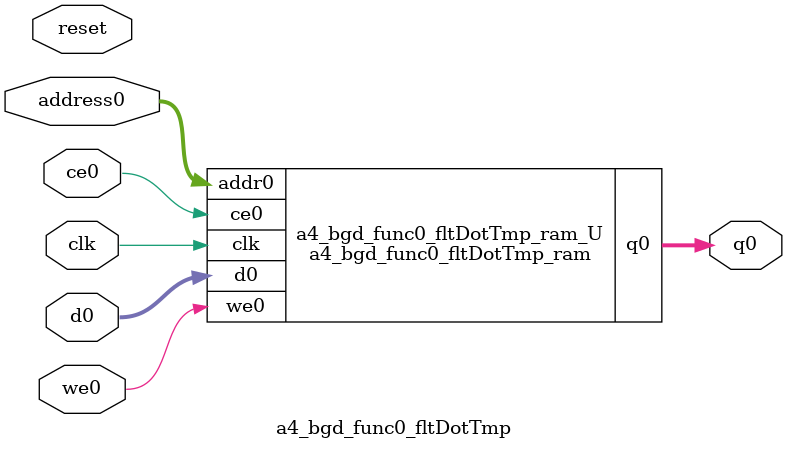
<source format=v>
`timescale 1 ns / 1 ps
module a4_bgd_func0_fltDotTmp_ram (addr0, ce0, d0, we0, q0,  clk);

parameter DWIDTH = 32;
parameter AWIDTH = 3;
parameter MEM_SIZE = 5;

input[AWIDTH-1:0] addr0;
input ce0;
input[DWIDTH-1:0] d0;
input we0;
output reg[DWIDTH-1:0] q0;
input clk;

(* ram_style = "distributed" *)reg [DWIDTH-1:0] ram[0:MEM_SIZE-1];




always @(posedge clk)  
begin 
    if (ce0) 
    begin
        if (we0) 
        begin 
            ram[addr0] <= d0; 
        end 
        q0 <= ram[addr0];
    end
end


endmodule

`timescale 1 ns / 1 ps
module a4_bgd_func0_fltDotTmp(
    reset,
    clk,
    address0,
    ce0,
    we0,
    d0,
    q0);

parameter DataWidth = 32'd32;
parameter AddressRange = 32'd5;
parameter AddressWidth = 32'd3;
input reset;
input clk;
input[AddressWidth - 1:0] address0;
input ce0;
input we0;
input[DataWidth - 1:0] d0;
output[DataWidth - 1:0] q0;



a4_bgd_func0_fltDotTmp_ram a4_bgd_func0_fltDotTmp_ram_U(
    .clk( clk ),
    .addr0( address0 ),
    .ce0( ce0 ),
    .we0( we0 ),
    .d0( d0 ),
    .q0( q0 ));

endmodule


</source>
